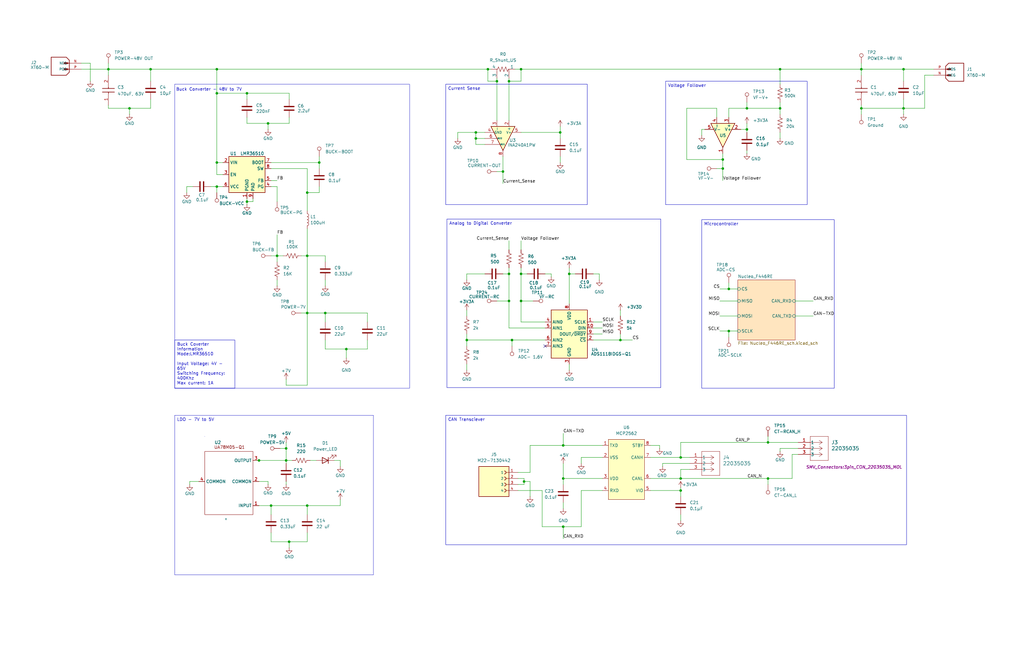
<source format=kicad_sch>
(kicad_sch (version 20250114) (generator "eeschema") (generator_version "9.0")
  (paper "USLedger")
  (title_block (title "Joule Meter (w/ Current Sense)") (date "9/16/2025") (rev "10/17/2025") (company "by Sergio Gonzalez") (comment 1 "University of California, Los Angeles") (comment 2 "Bruin SuperMileage Vehicle"))
  (rectangle (start 114.3 222.25) (end 114.3 222.25))
  (rectangle (start 120.65 194.31) (end 120.65 194.31))
  (rectangle (start 86.36 184.15) (end 86.36 184.15))
  (text "Buck Converter - 48V to 7V" (at 88.138 37.846 0) (effects (font (size 1.27 1.27))))
  (text_box "Analog to Digital Converter" (at 188.468 92.456 0) (size 90.17 71.12) (margins 0.9525 0.9525 0.9525 0.9525) (effects (font (size 1.27 1.27)) (justify left top)))
  (text_box "Voltage Follower\n" (at 280.67 34.29 0) (size 59.69 52.07) (margins 0.9525 0.9525 0.9525 0.9525) (effects (font (size 1.27 1.27)) (justify left top)))
  (text_box "LDO - 7V to 5V\n" (at 73.66 175.26 0) (size 83.82 67.31) (margins 0.9525 0.9525 0.9525 0.9525) (stroke (width 0.127)) (effects (font (size 1.27 1.27)) (justify left top)))
  (text_box "" (at 73.66 35.56 0) (size 99.06 128.27) (margins 0.9525 0.9525 0.9525 0.9525) (stroke (width 0.127)) (effects (font (size 1.27 1.27)) (justify left top)))
  (text_box "Buck Coverter Information\nMode:LMR36510\n\nInput Voltage: 4V - 65V\nSwitching Frequency: 400Khz\nMax current: 1A" (at 73.66 143.51 0) (size 25.4 20.32) (margins 0.9525 0.9525 0.9525 0.9525) (effects (font (size 1.27 1.27)) (justify left top)))
  (text_box "Current Sense\n" (at 187.96 35.56 0) (size 59.69 50.8) (margins 0.9525 0.9525 0.9525 0.9525) (effects (font (size 1.27 1.27)) (justify left top)))
  (text_box "CAN Transciever" (at 187.96 175.26 0) (size 194.31 54.61) (margins 0.9525 0.9525 0.9525 0.9525) (effects (font (size 1.27 1.27)) (justify left top)))
  (text_box "Microcontroller\n" (at 295.91 92.71 0) (size 55.88 71.12) (margins 0.9525 0.9525 0.9525 0.9525) (effects (font (size 1.27 1.27)) (justify left top)))
  (junction (at 304.8 67.31))
  (junction (at 209.55 34.29))
  (junction (at 328.93 45.72))
  (junction (at 109.22 194.31))
  (junction (at 91.44 39.37))
  (junction (at 304.8 71.12))
  (junction (at 146.05 147.32))
  (junction (at 307.34 121.92))
  (junction (at 129.54 81.28))
  (junction (at 219.71 115.57))
  (junction (at 219.71 29.21))
  (junction (at 323.85 186.69))
  (junction (at 220.98 203.2))
  (junction (at 328.93 29.21))
  (junction (at 121.92 228.6))
  (junction (at 104.14 85.09))
  (junction (at 214.63 115.57))
  (junction (at 314.96 45.72))
  (junction (at 114.3 213.36))
  (junction (at 45.72 29.21))
  (junction (at 237.49 222.25))
  (junction (at 120.65 189.23))
  (junction (at 116.84 107.95))
  (junction (at 63.5 29.21))
  (junction (at 129.54 213.36))
  (junction (at 287.02 201.93))
  (junction (at 91.44 29.21))
  (junction (at 219.71 127))
  (junction (at 323.85 201.93))
  (junction (at 214.63 34.29))
  (junction (at 129.54 107.95))
  (junction (at 381 29.21))
  (junction (at 54.61 45.72))
  (junction (at 129.54 132.08))
  (junction (at 287.02 207.01))
  (junction (at 237.49 187.96))
  (junction (at 104.14 39.37))
  (junction (at 134.62 68.58))
  (junction (at 240.03 115.57))
  (junction (at 287.02 193.04))
  (junction (at 120.65 194.31))
  (junction (at 363.22 45.72))
  (junction (at 113.03 52.07))
  (junction (at 196.85 143.51))
  (junction (at 214.63 127))
  (junction (at 212.09 72.39))
  (junction (at 314.96 54.61))
  (junction (at 205.74 29.21))
  (junction (at 363.22 29.21))
  (junction (at 237.49 201.93))
  (junction (at 236.22 55.88))
  (junction (at 307.34 139.7))
  (junction (at 200.66 55.88))
  (junction (at 261.62 143.51))
  (junction (at 137.16 132.08))
  (junction (at 381 45.72))
  (junction (at 215.9 143.51))
  (junction (at 91.44 68.58))
  (junction (at 91.44 78.74))
  (junction (at 200.66 58.42))
  (no_connect (at 229.87 146.05))
  (wire (pts (xy 303.53 133.35) (xy 311.15 133.35)))
  (wire (pts (xy 307.34 121.92) (xy 311.15 121.92)))
  (wire (pts (xy 114.3 213.36) (xy 114.3 217.17)))
  (wire (pts (xy 113.03 52.07) (xy 121.92 52.07)))
  (wire (pts (xy 307.34 139.7) (xy 307.34 142.24)))
  (wire (pts (xy 104.14 39.37) (xy 121.92 39.37)))
  (wire (pts (xy 114.3 68.58) (xy 134.62 68.58)))
  (wire (pts (xy 274.32 193.04) (xy 287.02 193.04)))
  (wire (pts (xy 304.8 67.31) (xy 304.8 71.12)))
  (wire (pts (xy 363.22 45.72) (xy 381 45.72)))
  (wire (pts (xy 389.89 31.75) (xy 389.89 45.72)))
  (wire (pts (xy 146.05 147.32) (xy 154.94 147.32)))
  (wire (pts (xy 381 41.91) (xy 381 45.72)))
  (wire (pts (xy 250.19 115.57) (xy 252.73 115.57)))
  (wire (pts (xy 129.54 107.95) (xy 137.16 107.95)))
  (wire (pts (xy 129.54 132.08) (xy 129.54 162.56)))
  (wire (pts (xy 303.53 139.7) (xy 307.34 139.7)))
  (wire (pts (xy 121.92 49.53) (xy 121.92 52.07)))
  (wire (pts (xy 287.02 193.04) (xy 287.02 186.69)))
  (wire (pts (xy 116.84 99.06) (xy 116.84 107.95)))
  (wire (pts (xy 274.32 207.01) (xy 287.02 207.01)))
  (wire (pts (xy 80.01 203.2) (xy 83.82 203.2)))
  (wire (pts (xy 120.65 160.02) (xy 120.65 162.56)))
  (wire (pts (xy 214.63 33.02) (xy 214.63 34.29)))
  (wire (pts (xy 134.62 68.58) (xy 134.62 71.12)))
  (wire (pts (xy 274.32 201.93) (xy 287.02 201.93)))
  (wire (pts (xy 104.14 49.53) (xy 104.14 52.07)))
  (wire (pts (xy 137.16 107.95) (xy 137.16 110.49)))
  (wire (pts (xy 217.17 29.21) (xy 219.71 29.21)))
  (wire (pts (xy 120.65 186.69) (xy 120.65 189.23)))
  (wire (pts (xy 381 29.21) (xy 381 34.29)))
  (wire (pts (xy 220.98 203.2) (xy 223.52 203.2)))
  (wire (pts (xy 209.55 34.29) (xy 205.74 34.29)))
  (wire (pts (xy 196.85 115.57) (xy 204.47 115.57)))
  (wire (pts (xy 223.52 187.96) (xy 237.49 187.96)))
  (wire (pts (xy 54.61 45.72) (xy 63.5 45.72)))
  (wire (pts (xy 34.29 26.67) (xy 38.1 26.67)))
  (wire (pts (xy 196.85 143.51) (xy 215.9 143.51)))
  (wire (pts (xy 314.96 54.61) (xy 314.96 55.88)))
  (wire (pts (xy 307.34 45.72) (xy 314.96 45.72)))
  (wire (pts (xy 209.55 127) (xy 214.63 127)))
  (wire (pts (xy 34.29 29.21) (xy 45.72 29.21)))
  (wire (pts (xy 240.03 153.67) (xy 240.03 156.21)))
  (wire (pts (xy 209.55 72.39) (xy 212.09 72.39)))
  (wire (pts (xy 287.02 186.69) (xy 323.85 186.69)))
  (wire (pts (xy 289.56 45.72) (xy 302.26 45.72)))
  (wire (pts (xy 127 132.08) (xy 129.54 132.08)))
  (wire (pts (xy 240.03 113.03) (xy 240.03 115.57)))
  (wire (pts (xy 134.62 66.04) (xy 134.62 68.58)))
  (wire (pts (xy 78.74 78.74) (xy 78.74 81.28)))
  (wire (pts (xy 240.03 115.57) (xy 242.57 115.57)))
  (wire (pts (xy 200.66 60.96) (xy 204.47 60.96)))
  (wire (pts (xy 220.98 201.93) (xy 220.98 203.2)))
  (wire (pts (xy 307.34 45.72) (xy 307.34 49.53)))
  (wire (pts (xy 91.44 39.37) (xy 104.14 39.37)))
  (wire (pts (xy 236.22 66.04) (xy 236.22 68.58)))
  (wire (pts (xy 279.4 195.58) (xy 279.4 196.85)))
  (wire (pts (xy 245.11 207.01) (xy 254 207.01)))
  (wire (pts (xy 220.98 204.47) (xy 218.44 204.47)))
  (wire (pts (xy 146.05 147.32) (xy 146.05 151.13)))
  (wire (pts (xy 45.72 29.21) (xy 45.72 31.75)))
  (wire (pts (xy 121.92 39.37) (xy 121.92 41.91)))
  (wire (pts (xy 290.83 195.58) (xy 279.4 195.58)))
  (wire (pts (xy 363.22 26.67) (xy 363.22 29.21)))
  (wire (pts (xy 143.51 194.31) (xy 143.51 196.85)))
  (wire (pts (xy 381 45.72) (xy 381 48.26)))
  (wire (pts (xy 323.85 204.47) (xy 323.85 201.93)))
  (wire (pts (xy 219.71 55.88) (xy 236.22 55.88)))
  (wire (pts (xy 91.44 29.21) (xy 91.44 39.37)))
  (wire (pts (xy 229.87 115.57) (xy 232.41 115.57)))
  (wire (pts (xy 129.54 81.28) (xy 129.54 88.9)))
  (wire (pts (xy 287.02 207.01) (xy 287.02 209.55)))
  (wire (pts (xy 137.16 132.08) (xy 137.16 135.89)))
  (wire (pts (xy 205.74 34.29) (xy 205.74 29.21)))
  (wire (pts (xy 129.54 224.79) (xy 129.54 228.6)))
  (wire (pts (xy 219.71 29.21) (xy 328.93 29.21)))
  (wire (pts (xy 287.02 201.93) (xy 323.85 201.93)))
  (wire (pts (xy 196.85 156.21) (xy 196.85 153.67)))
  (wire (pts (xy 334.01 191.77) (xy 336.55 191.77)))
  (wire (pts (xy 109.22 194.31) (xy 120.65 194.31)))
  (wire (pts (xy 274.32 187.96) (xy 278.13 187.96)))
  (wire (pts (xy 335.28 133.35) (xy 342.9 133.35)))
  (wire (pts (xy 295.91 54.61) (xy 297.18 54.61)))
  (wire (pts (xy 91.44 73.66) (xy 91.44 68.58)))
  (wire (pts (xy 287.02 198.12) (xy 290.83 198.12)))
  (wire (pts (xy 328.93 43.18) (xy 328.93 45.72)))
  (wire (pts (xy 250.19 135.89) (xy 254 135.89)))
  (wire (pts (xy 212.09 66.04) (xy 212.09 72.39)))
  (wire (pts (xy 219.71 115.57) (xy 222.25 115.57)))
  (wire (pts (xy 261.62 140.97) (xy 261.62 143.51)))
  (wire (pts (xy 214.63 115.57) (xy 214.63 127)))
  (wire (pts (xy 245.11 222.25) (xy 245.11 207.01)))
  (wire (pts (xy 114.3 224.79) (xy 114.3 228.6)))
  (wire (pts (xy 113.03 52.07) (xy 113.03 54.61)))
  (wire (pts (xy 240.03 115.57) (xy 240.03 128.27)))
  (wire (pts (xy 218.44 201.93) (xy 220.98 201.93)))
  (wire (pts (xy 214.63 34.29) (xy 214.63 50.8)))
  (wire (pts (xy 287.02 193.04) (xy 290.83 193.04)))
  (wire (pts (xy 219.71 101.6) (xy 219.71 105.41)))
  (wire (pts (xy 80.01 203.2) (xy 80.01 204.47)))
  (wire (pts (xy 196.85 130.81) (xy 196.85 133.35)))
  (wire (pts (xy 154.94 132.08) (xy 154.94 135.89)))
  (wire (pts (xy 228.6 222.25) (xy 237.49 222.25)))
  (wire (pts (xy 91.44 78.74) (xy 88.9 78.74)))
  (wire (pts (xy 381 29.21) (xy 363.22 29.21)))
  (wire (pts (xy 93.98 73.66) (xy 91.44 73.66)))
  (wire (pts (xy 393.7 31.75) (xy 389.89 31.75)))
  (wire (pts (xy 289.56 67.31) (xy 304.8 67.31)))
  (wire (pts (xy 129.54 213.36) (xy 143.51 213.36)))
  (wire (pts (xy 54.61 45.72) (xy 54.61 48.26)))
  (wire (pts (xy 218.44 207.01) (xy 228.6 207.01)))
  (wire (pts (xy 237.49 201.93) (xy 237.49 204.47)))
  (wire (pts (xy 106.68 85.09) (xy 104.14 85.09)))
  (wire (pts (xy 200.66 55.88) (xy 200.66 58.42)))
  (wire (pts (xy 237.49 212.09) (xy 237.49 214.63)))
  (wire (pts (xy 91.44 29.21) (xy 205.74 29.21)))
  (wire (pts (xy 289.56 45.72) (xy 289.56 67.31)))
  (wire (pts (xy 314.96 45.72) (xy 328.93 45.72)))
  (wire (pts (xy 287.02 198.12) (xy 287.02 201.93)))
  (wire (pts (xy 104.14 52.07) (xy 113.03 52.07)))
  (wire (pts (xy 336.55 189.23) (xy 328.93 189.23)))
  (wire (pts (xy 104.14 85.09) (xy 104.14 86.36)))
  (wire (pts (xy 196.85 143.51) (xy 196.85 146.05)))
  (wire (pts (xy 91.44 39.37) (xy 91.44 68.58)))
  (wire (pts (xy 220.98 203.2) (xy 220.98 204.47)))
  (wire (pts (xy 363.22 44.45) (xy 363.22 45.72)))
  (wire (pts (xy 237.49 195.58) (xy 237.49 201.93)))
  (wire (pts (xy 45.72 26.67) (xy 45.72 29.21)))
  (wire (pts (xy 129.54 132.08) (xy 137.16 132.08)))
  (wire (pts (xy 223.52 203.2) (xy 223.52 209.55)))
  (wire (pts (xy 45.72 45.72) (xy 54.61 45.72)))
  (wire (pts (xy 314.96 64.77) (xy 314.96 63.5)))
  (wire (pts (xy 219.71 115.57) (xy 219.71 127)))
  (wire (pts (xy 205.74 29.21) (xy 207.01 29.21)))
  (wire (pts (xy 137.16 147.32) (xy 146.05 147.32)))
  (wire (pts (xy 127 107.95) (xy 129.54 107.95)))
  (wire (pts (xy 381 29.21) (xy 393.7 29.21)))
  (wire (pts (xy 295.91 54.61) (xy 295.91 57.15)))
  (wire (pts (xy 214.63 138.43) (xy 229.87 138.43)))
  (wire (pts (xy 114.3 76.2) (xy 116.84 76.2)))
  (wire (pts (xy 328.93 189.23) (xy 328.93 190.5)))
  (wire (pts (xy 212.09 115.57) (xy 214.63 115.57)))
  (wire (pts (xy 114.3 213.36) (xy 129.54 213.36)))
  (wire (pts (xy 302.26 71.12) (xy 304.8 71.12)))
  (wire (pts (xy 143.51 210.82) (xy 143.51 213.36)))
  (wire (pts (xy 93.98 78.74) (xy 91.44 78.74)))
  (wire (pts (xy 129.54 162.56) (xy 120.65 162.56)))
  (wire (pts (xy 38.1 26.67) (xy 38.1 34.29)))
  (wire (pts (xy 236.22 53.34) (xy 236.22 55.88)))
  (wire (pts (xy 137.16 118.11) (xy 137.16 120.65)))
  (wire (pts (xy 278.13 187.96) (xy 278.13 189.23)))
  (wire (pts (xy 228.6 207.01) (xy 228.6 222.25)))
  (wire (pts (xy 214.63 101.6) (xy 214.63 105.41)))
  (wire (pts (xy 140.97 194.31) (xy 143.51 194.31)))
  (wire (pts (xy 312.42 54.61) (xy 314.96 54.61)))
  (wire (pts (xy 302.26 45.72) (xy 302.26 49.53)))
  (wire (pts (xy 104.14 83.82) (xy 104.14 85.09)))
  (wire (pts (xy 307.34 119.38) (xy 307.34 121.92)))
  (wire (pts (xy 334.01 191.77) (xy 334.01 201.93)))
  (wire (pts (xy 114.3 107.95) (xy 116.84 107.95)))
  (wire (pts (xy 137.16 132.08) (xy 154.94 132.08)))
  (wire (pts (xy 193.04 55.88) (xy 200.66 55.88)))
  (wire (pts (xy 335.28 127) (xy 342.9 127)))
  (wire (pts (xy 116.84 107.95) (xy 116.84 110.49)))
  (wire (pts (xy 212.09 72.39) (xy 212.09 77.47)))
  (wire (pts (xy 204.47 58.42) (xy 200.66 58.42)))
  (wire (pts (xy 114.3 78.74) (xy 116.84 78.74)))
  (wire (pts (xy 223.52 199.39) (xy 218.44 199.39)))
  (wire (pts (xy 121.92 228.6) (xy 121.92 231.14)))
  (wire (pts (xy 304.8 71.12) (xy 304.8 76.2)))
  (wire (pts (xy 106.68 83.82) (xy 106.68 85.09)))
  (wire (pts (xy 223.52 187.96) (xy 223.52 199.39)))
  (wire (pts (xy 134.62 78.74) (xy 134.62 81.28)))
  (wire (pts (xy 237.49 222.25) (xy 237.49 227.33)))
  (wire (pts (xy 109.22 203.2) (xy 113.03 203.2)))
  (wire (pts (xy 328.93 29.21) (xy 363.22 29.21)))
  (wire (pts (xy 196.85 140.97) (xy 196.85 143.51)))
  (wire (pts (xy 81.28 78.74) (xy 78.74 78.74)))
  (wire (pts (xy 214.63 34.29) (xy 219.71 34.29)))
  (wire (pts (xy 118.11 189.23) (xy 120.65 189.23)))
  (wire (pts (xy 63.5 29.21) (xy 63.5 34.29)))
  (wire (pts (xy 304.8 64.77) (xy 304.8 67.31)))
  (wire (pts (xy 303.53 127) (xy 311.15 127)))
  (wire (pts (xy 237.49 182.88) (xy 237.49 187.96)))
  (wire (pts (xy 129.54 213.36) (xy 129.54 217.17)))
  (wire (pts (xy 121.92 228.6) (xy 129.54 228.6)))
  (wire (pts (xy 91.44 68.58) (xy 93.98 68.58)))
  (wire (pts (xy 328.93 55.88) (xy 328.93 58.42)))
  (wire (pts (xy 250.19 138.43) (xy 254 138.43)))
  (wire (pts (xy 63.5 29.21) (xy 91.44 29.21)))
  (wire (pts (xy 215.9 143.51) (xy 215.9 146.05)))
  (wire (pts (xy 104.14 39.37) (xy 104.14 41.91)))
  (wire (pts (xy 250.19 143.51) (xy 261.62 143.51)))
  (wire (pts (xy 328.93 29.21) (xy 328.93 35.56)))
  (wire (pts (xy 219.71 113.03) (xy 219.71 115.57)))
  (wire (pts (xy 116.84 78.74) (xy 116.84 85.09)))
  (wire (pts (xy 363.22 48.26) (xy 363.22 45.72)))
  (wire (pts (xy 219.71 127) (xy 219.71 135.89)))
  (wire (pts (xy 250.19 140.97) (xy 254 140.97)))
  (wire (pts (xy 209.55 33.02) (xy 209.55 34.29)))
  (wire (pts (xy 200.66 55.88) (xy 204.47 55.88)))
  (wire (pts (xy 236.22 55.88) (xy 236.22 58.42)))
  (wire (pts (xy 215.9 143.51) (xy 229.87 143.51)))
  (wire (pts (xy 237.49 201.93) (xy 254 201.93)))
  (wire (pts (xy 114.3 228.6) (xy 121.92 228.6)))
  (wire (pts (xy 120.65 194.31) (xy 120.65 195.58)))
  (wire (pts (xy 116.84 118.11) (xy 116.84 120.65)))
  (wire (pts (xy 245.11 193.04) (xy 254 193.04)))
  (wire (pts (xy 137.16 143.51) (xy 137.16 147.32)))
  (wire (pts (xy 363.22 29.21) (xy 363.22 31.75)))
  (wire (pts (xy 45.72 29.21) (xy 63.5 29.21)))
  (wire (pts (xy 219.71 127) (xy 224.79 127)))
  (wire (pts (xy 252.73 115.57) (xy 252.73 118.11)))
  (wire (pts (xy 120.65 203.2) (xy 120.65 204.47)))
  (wire (pts (xy 261.62 143.51) (xy 266.7 143.51)))
  (wire (pts (xy 107.95 194.31) (xy 109.22 194.31)))
  (wire (pts (xy 261.62 130.81) (xy 261.62 133.35)))
  (wire (pts (xy 287.02 217.17) (xy 287.02 219.71)))
  (wire (pts (xy 219.71 34.29) (xy 219.71 29.21)))
  (wire (pts (xy 116.84 107.95) (xy 119.38 107.95)))
  (wire (pts (xy 245.11 193.04) (xy 245.11 195.58)))
  (wire (pts (xy 287.02 205.74) (xy 287.02 207.01)))
  (wire (pts (xy 45.72 44.45) (xy 45.72 45.72)))
  (wire (pts (xy 154.94 143.51) (xy 154.94 147.32)))
  (wire (pts (xy 323.85 186.69) (xy 336.55 186.69)))
  (wire (pts (xy 237.49 187.96) (xy 254 187.96)))
  (wire (pts (xy 113.03 203.2) (xy 113.03 204.47)))
  (wire (pts (xy 129.54 107.95) (xy 129.54 132.08)))
  (wire (pts (xy 214.63 113.03) (xy 214.63 115.57)))
  (wire (pts (xy 237.49 222.25) (xy 245.11 222.25)))
  (wire (pts (xy 91.44 78.74) (xy 91.44 81.28)))
  (wire (pts (xy 328.93 45.72) (xy 328.93 48.26)))
  (wire (pts (xy 232.41 115.57) (xy 232.41 116.84)))
  (wire (pts (xy 129.54 71.12) (xy 129.54 81.28)))
  (wire (pts (xy 196.85 115.57) (xy 196.85 118.11)))
  (wire (pts (xy 130.81 194.31) (xy 133.35 194.31)))
  (wire (pts (xy 381 45.72) (xy 389.89 45.72)))
  (wire (pts (xy 120.65 194.31) (xy 123.19 194.31)))
  (wire (pts (xy 303.53 121.92) (xy 307.34 121.92)))
  (wire (pts (xy 129.54 96.52) (xy 129.54 107.95)))
  (wire (pts (xy 219.71 135.89) (xy 229.87 135.89)))
  (wire (pts (xy 209.55 34.29) (xy 209.55 50.8)))
  (wire (pts (xy 120.65 189.23) (xy 120.65 194.31)))
  (wire (pts (xy 314.96 52.07) (xy 314.96 54.61)))
  (wire (pts (xy 129.54 81.28) (xy 134.62 81.28)))
  (wire (pts (xy 214.63 127) (xy 214.63 138.43)))
  (wire (pts (xy 200.66 58.42) (xy 200.66 60.96)))
  (wire (pts (xy 323.85 201.93) (xy 334.01 201.93)))
  (wire (pts (xy 63.5 41.91) (xy 63.5 45.72)))
  (wire (pts (xy 114.3 71.12) (xy 129.54 71.12)))
  (wire (pts (xy 314.96 43.18) (xy 314.96 45.72)))
  (wire (pts (xy 323.85 184.15) (xy 323.85 186.69)))
  (wire (pts (xy 193.04 55.88) (xy 193.04 58.42)))
  (wire (pts (xy 109.22 213.36) (xy 114.3 213.36)))
  (wire (pts (xy 307.34 139.7) (xy 311.15 139.7)))
  (label "Current_Sense" (at 212.09 77.47 0))
  (label "CAN_N" (at 321.31 201.93 180))
  (label "CS" (at 303.53 121.92 180))
  (label "MISO" (at 254 140.97 0))
  (label "Voltage Follower" (at 304.8 76.2 0))
  (label "CS" (at 266.7 143.51 0))
  (label "CAN_P" (at 316.23 186.69 180))
  (label "FB" (at 116.84 76.2 0))
  (label "Voltage Follower" (at 219.71 101.6 0))
  (label "SCLK" (at 303.53 139.7 180))
  (label "Current_Sense" (at 214.63 101.6 180))
  (label "CAN_RXD" (at 237.49 227.33 0))
  (label "CAN-TXD" (at 342.9 133.35 0))
  (label "MOSI" (at 254 138.43 0))
  (label "CAN-TXD" (at 237.49 182.88 0))
  (label "FB" (at 116.84 99.06 0))
  (label "CAN_RXD" (at 342.9 127 0))
  (label "MOSI" (at 303.53 133.35 180))
  (label "SCLK" (at 254 135.89 0))
  (label "MISO" (at 303.53 127 180))
  (symbol (lib_id "SMV_Custom:Big_Chunky_Cap2") (at 363.22 44.45 90) (unit 1)
    (property "Reference" "C1" (at 367.03 36.8299 90) (effects (justify right)))
    (property "Value" "470uF, 63V" (at 367.03 39.624 90) (effects (justify right)))
    (property "Footprint" "SMV_Passives:Big_Chunky_Cap" (effects (hide yes)))
    (property "Datasheet" "https://content.kemet.com/datasheets/KEM_C1003_C0G_SMD.pdf" (effects (hide yes)))
    (property "Description" "SMD Comm C0G, Ceramic, 1000 pF, 10%, 50 VDC, 125 VDC, 125C, -55C, C0G, SMD, MLCC, Ultra-Stable, Low Loss, Class I, 0.1 % , 100 GOhms, 11 mg, 0805, 2mm, 1.25mm, 0.78mm, 0.75mm, 0.5mm, 4000, 78  Weeks, 120" (effects (hide yes)))
    (property "Height" "1.1" (effects (hide yes)))
    (property "Manufacturer_Name" "KEMET" (effects (hide yes)))
    (property "Manufacturer_Part_Number" "C0805C102K5GACTU" (effects (hide yes)))
    (property "Mouser Part Number" "80-C0805C102K5G" (effects (hide yes)))
    (property "Mouser Price/Stock" "https://www.mouser.co.uk/ProductDetail/KEMET/C0805C102K5GACTU?qs=ycq5i98tC2kqWbFrXv0n7w%3D%3D" (effects (hide yes)))
    (property "Arrow Part Number" "C0805C102K5GACTU" (effects (hide yes)))
    (property "Arrow Price/Stock" "https://www.arrow.com/en/products/c0805c102k5gactu/kemet-corporation" (effects (hide yes)))
  )
  (symbol (lib_id "Connector:TestPoint") (at 307.34 142.24 180) (unit 1)
    (property "Reference" "TP21" (at 302.768 148.082 0) (effects (justify right)))
    (property "Value" "ADC-SCLK" (at 302.768 149.86 0) (effects (justify right)))
    (property "Footprint" "TestPoint:TestPoint_Pad_1.0x1.0mm" (effects (hide yes)))
    (property "Description" "test point" (effects (hide yes)))
  )
  (symbol (lib_id "Device:C") (at 236.22 62.23 0) (unit 1)
    (property "Reference" "C15" (at 240.03 60.9599 0) (effects (justify left)))
    (property "Value" "0.1uF" (at 240.03 63.4999 0) (effects (justify left)))
    (property "Footprint" "Capacitor_SMD:C_0805_2012Metric_Pad1.18x1.45mm_HandSolder" (effects (hide yes)))
    (property "Description" "Unpolarized capacitor" (effects (hide yes)))
  )
  (symbol (lib_id "power:GND") (at 240.03 156.21 0) (unit 1)
    (property "Reference" "#PWR012" (effects (hide yes)))
    (property "Value" "GND" (at 240.03 160.02 0))
    (property "Description" "Power symbol creates a global label with name \"GND\" , ground" (effects (hide yes)))
  )
  (symbol (lib_id "Connector:TestPoint") (at 116.84 85.09 180) (unit 1)
    (property "Reference" "TP5" (at 118.11 87.63 0) (effects (justify right)))
    (property "Value" "BUCK-PG" (at 118.11 89.662 0) (effects (justify right)))
    (property "Footprint" "TestPoint:TestPoint_Pad_1.0x1.0mm" (effects (hide yes)))
    (property "Description" "test point" (effects (hide yes)))
  )
  (symbol (lib_id "power:GND") (at 196.85 118.11 0) (unit 1)
    (property "Reference" "#PWR029" (effects (hide yes)))
    (property "Value" "GND" (at 196.85 121.666 0))
    (property "Description" "Power symbol creates a global label with name \"GND\" , ground" (effects (hide yes)))
  )
  (symbol (lib_id "Device:R_US") (at 196.85 149.86 0) (unit 1)
    (property "Reference" "R8" (at 199.39 148.5899 0) (effects (justify left)))
    (property "Value" "2k" (at 199.39 151.1299 0) (effects (justify left)))
    (property "Footprint" "Resistor_SMD:R_0805_2012Metric_Pad1.20x1.40mm_HandSolder" (effects (hide yes)))
    (property "Description" "Resistor, US symbol" (effects (hide yes)))
  )
  (symbol (lib_id "power:GND") (at 236.22 68.58 0) (unit 1)
    (property "Reference" "#PWR02" (effects (hide yes)))
    (property "Value" "GND" (at 236.22 72.39 0))
    (property "Description" "Power symbol creates a global label with name \"GND\" , ground" (effects (hide yes)))
  )
  (symbol (lib_id "power:GND") (at 193.04 58.42 0) (unit 1)
    (property "Reference" "#PWR03" (effects (hide yes)))
    (property "Value" "GND" (at 193.04 62.23 0))
    (property "Description" "Power symbol creates a global label with name \"GND\" , ground" (effects (hide yes)))
  )
  (symbol (lib_id "Device:R_US") (at 219.71 109.22 0) (unit 1)
    (property "Reference" "R6" (at 222.504 108.204 0) (effects (justify left)))
    (property "Value" "500" (at 222.504 110.744 0) (effects (justify left)))
    (property "Footprint" "Resistor_SMD:R_0805_2012Metric_Pad1.20x1.40mm_HandSolder" (effects (hide yes)))
    (property "Description" "Resistor, US symbol" (effects (hide yes)))
  )
  (symbol (lib_id "Connector:TestPoint") (at 91.44 81.28 180) (unit 1)
    (property "Reference" "TP4" (at 92.456 83.312 0) (effects (justify right)))
    (property "Value" "BUCK-VCC" (at 92.456 85.852 0) (effects (justify right)))
    (property "Footprint" "TestPoint:TestPoint_Pad_1.0x1.0mm" (effects (hide yes)))
    (property "Description" "test point" (effects (hide yes)))
  )
  (symbol (lib_id "Device:C") (at 154.94 139.7 0) (unit 1)
    (property "Reference" "C11" (at 158.75 138.4299 0) (effects (justify left)))
    (property "Value" "22uF" (at 158.75 140.9699 0) (effects (justify left)))
    (property "Footprint" "Capacitor_SMD:C_0805_2012Metric_Pad1.18x1.45mm_HandSolder" (effects (hide yes)))
    (property "Description" "Unpolarized capacitor" (effects (hide yes)))
  )
  (symbol (lib_id "power:+5V") (at 240.03 113.03 0) (unit 1)
    (property "Reference" "#PWR013" (effects (hide yes)))
    (property "Value" "+3V3A" (at 239.776 108.966 0))
    (property "Description" "Power symbol creates a global label with name \"+5V\"" (effects (hide yes)))
  )
  (symbol (lib_id "power:GND") (at 278.13 189.23 0) (unit 1)
    (property "Reference" "#PWR045" (effects (hide yes)))
    (property "Value" "GND" (at 281.432 191.262 0))
    (property "Description" "Power symbol creates a global label with name \"GND\" , ground" (effects (hide yes)))
  )
  (symbol (lib_id "Connector:TestPoint") (at 302.26 71.12 90) (unit 1)
    (property "Reference" "TP14" (at 296.672 73.406 90))
    (property "Value" "VF-V-" (at 297.688 75.184 90))
    (property "Footprint" "TestPoint:TestPoint_Pad_1.0x1.0mm" (effects (hide yes)))
    (property "Description" "test point" (effects (hide yes)))
  )
  (symbol (lib_id "power:GND") (at 78.74 81.28 0) (unit 1)
    (property "Reference" "#PWR050" (effects (hide yes)))
    (property "Value" "GND" (at 78.74 85.09 0))
    (property "Description" "Power symbol creates a global label with name \"GND\" , ground" (effects (hide yes)))
  )
  (symbol (lib_id "Device:C") (at 114.3 220.98 0) (unit 1)
    (property "Reference" "C13" (at 118.11 219.7099 0) (effects (justify left)))
    (property "Value" "0.33uF" (at 118.11 222.2499 0) (effects (justify left)))
    (property "Footprint" "Capacitor_SMD:C_0805_2012Metric_Pad1.18x1.45mm_HandSolder" (effects (hide yes)))
    (property "Description" "Unpolarized capacitor" (effects (hide yes)))
  )
  (symbol (lib_id "power:GND") (at 113.03 204.47 0) (unit 1)
    (property "Reference" "#PWR054" (effects (hide yes)))
    (property "Value" "GND" (at 113.03 208.026 0))
    (property "Description" "Power symbol creates a global label with name \"GND\" , ground" (effects (hide yes)))
  )
  (symbol (lib_id "Connector:TestPoint") (at 323.85 184.15 0) (unit 1)
    (property "Reference" "TP15" (at 326.39 179.5779 0) (effects (justify left)))
    (property "Value" "CT-RCAN_H" (at 326.39 182.1179 0) (effects (justify left)))
    (property "Footprint" "TestPoint:TestPoint_Pad_1.0x1.0mm" (effects (hide yes)))
    (property "Description" "test point" (effects (hide yes)))
  )
  (symbol (lib_id "Device:C") (at 129.54 220.98 0) (unit 1)
    (property "Reference" "C14" (at 133.35 219.7099 0) (effects (justify left)))
    (property "Value" "22 uF" (at 133.35 222.2499 0) (effects (justify left)))
    (property "Footprint" "Capacitor_SMD:C_0805_2012Metric_Pad1.18x1.45mm_HandSolder" (effects (hide yes)))
    (property "Description" "Unpolarized capacitor" (effects (hide yes)))
  )
  (symbol (lib_id "Amplifier_Current:INA240A1PW") (at 212.09 58.42 270) (unit 1)
    (property "Reference" "U3" (at 216.154 59.182 90))
    (property "Value" "INA240A1PW" (at 219.964 61.214 90))
    (property "Footprint" "Package_SO:TSSOP-8_4.4x3mm_P0.65mm" (effects (hide yes)))
    (property "Datasheet" "http://www.ti.com/lit/ds/symlink/ina240.pdf" (effects (hide yes)))
    (property "Description" "High- and Low-Side, Bidirectional, Zero-Drift, Current-Sense Amplifier With Enhanced PWM Rejection, 20V/V, TSSOP-8" (effects (hide yes)))
  )
  (symbol (lib_id "power:+3V3") (at 236.22 53.34 0) (unit 1)
    (property "Reference" "#PWR01" (effects (hide yes)))
    (property "Value" "+3V3A" (at 238.76 52.0699 0) (effects (justify left)))
    (property "Description" "Power symbol creates a global label with name \"+3V3\"" (effects (hide yes)))
  )
  (symbol (lib_id "power:GND") (at 223.52 209.55 0) (unit 1)
    (property "Reference" "#PWR025" (effects (hide yes)))
    (property "Value" "GND" (at 223.52 213.36 0))
    (property "Description" "Power symbol creates a global label with name \"GND\" , ground" (effects (hide yes)))
  )
  (symbol (lib_id "power:GND") (at 279.4 196.85 0) (unit 1)
    (property "Reference" "#PWR019" (effects (hide yes)))
    (property "Value" "GND" (at 279.146 200.66 0))
    (property "Description" "Power symbol creates a global label with name \"GND\" , ground" (effects (hide yes)))
  )
  (symbol (lib_id "Device:C") (at 134.62 74.93 0) (unit 1)
    (property "Reference" "C8" (at 138.43 73.6599 0) (effects (justify left)))
    (property "Value" "0.1uF" (at 138.43 76.1999 0) (effects (justify left)))
    (property "Footprint" "Capacitor_SMD:C_0805_2012Metric_Pad1.18x1.45mm_HandSolder" (effects (hide yes)))
    (property "Description" "Unpolarized capacitor" (effects (hide yes)))
  )
  (symbol (lib_id "Connector:TestPoint") (at 127 132.08 90) (unit 1)
    (property "Reference" "TP8" (at 120.142 127.254 90))
    (property "Value" "POWER-7V" (at 123.698 129.54 90))
    (property "Footprint" "TestPoint:TestPoint_Pad_1.0x1.0mm" (effects (hide yes)))
    (property "Description" "test point" (effects (hide yes)))
  )
  (symbol (lib_id "Device:C") (at 226.06 115.57 270) (unit 1)
    (property "Reference" "C18" (at 225.044 119.38 90))
    (property "Value" "0.1uF" (at 226.06 121.412 90))
    (property "Footprint" "Capacitor_SMD:C_0805_2012Metric_Pad1.18x1.45mm_HandSolder" (effects (hide yes)))
    (property "Description" "Unpolarized capacitor" (effects (hide yes)))
  )
  (symbol (lib_id "power:+3V3") (at 237.49 195.58 0) (unit 1)
    (property "Reference" "#PWR022" (effects (hide yes)))
    (property "Value" "+5V" (at 235.712 192.024 0) (effects (justify left)))
    (property "Description" "Power symbol creates a global label with name \"+3V3\"" (effects (hide yes)))
  )
  (symbol (lib_id "Connector:TestPoint") (at 118.11 189.23 90) (unit 1)
    (property "Reference" "TP9" (at 114.808 184.15 90))
    (property "Value" "POWER-5V" (at 114.808 186.69 90))
    (property "Footprint" "TestPoint:TestPoint_Pad_1.0x1.0mm" (effects (hide yes)))
    (property "Description" "test point" (effects (hide yes)))
  )
  (symbol (lib_id "power:GND") (at 113.03 54.61 0) (unit 1)
    (property "Reference" "#PWR052" (effects (hide yes)))
    (property "Value" "GND" (at 113.03 58.42 0))
    (property "Description" "Power symbol creates a global label with name \"GND\" , ground" (effects (hide yes)))
  )
  (symbol (lib_id "power:GND") (at 287.02 219.71 0) (unit 1)
    (property "Reference" "#PWR034" (effects (hide yes)))
    (property "Value" "GND" (at 287.02 224.79 0))
    (property "Description" "Power symbol creates a global label with name \"GND\" , ground" (effects (hide yes)))
  )
  (symbol (lib_id "SMV_Custom:Big_Chunky_Cap2") (at 45.72 44.45 90) (unit 1)
    (property "Reference" "C3" (at 49.53 36.8299 90) (effects (justify right)))
    (property "Value" "470uF, 63V" (at 49.53 39.624 90) (effects (justify right)))
    (property "Footprint" "SMV_Passives:Big_Chunky_Cap" (effects (hide yes)))
    (property "Datasheet" "https://content.kemet.com/datasheets/KEM_C1003_C0G_SMD.pdf" (effects (hide yes)))
    (property "Description" "SMD Comm C0G, Ceramic, 1000 pF, 10%, 50 VDC, 125 VDC, 125C, -55C, C0G, SMD, MLCC, Ultra-Stable, Low Loss, Class I, 0.1 % , 100 GOhms, 11 mg, 0805, 2mm, 1.25mm, 0.78mm, 0.75mm, 0.5mm, 4000, 78  Weeks, 120" (effects (hide yes)))
    (property "Height" "1.1" (effects (hide yes)))
    (property "Manufacturer_Name" "KEMET" (effects (hide yes)))
    (property "Manufacturer_Part_Number" "C0805C102K5GACTU" (effects (hide yes)))
    (property "Mouser Part Number" "80-C0805C102K5G" (effects (hide yes)))
    (property "Mouser Price/Stock" "https://www.mouser.co.uk/ProductDetail/KEMET/C0805C102K5GACTU?qs=ycq5i98tC2kqWbFrXv0n7w%3D%3D" (effects (hide yes)))
    (property "Arrow Part Number" "C0805C102K5GACTU" (effects (hide yes)))
    (property "Arrow Price/Stock" "https://www.arrow.com/en/products/c0805c102k5gactu/kemet-corporation" (effects (hide yes)))
  )
  (symbol (lib_id "power:+5V") (at 143.51 210.82 0) (unit 1)
    (property "Reference" "#PWR061" (effects (hide yes)))
    (property "Value" "+7V" (at 143.51 207.264 0))
    (property "Description" "Power symbol creates a global label with name \"+5V\"" (effects (hide yes)))
  )
  (symbol (lib_id "power:GND") (at 38.1 34.29 0) (unit 1)
    (property "Reference" "#PWR023" (effects (hide yes)))
    (property "Value" "GND" (at 38.1 38.1 0))
    (property "Description" "Power symbol creates a global label with name \"GND\" , ground" (effects (hide yes)))
  )
  (symbol (lib_id "Device:R_US") (at 196.85 137.16 0) (unit 1)
    (property "Reference" "R7" (at 199.39 135.8899 0) (effects (justify left)))
    (property "Value" "2k" (at 199.39 138.4299 0) (effects (justify left)))
    (property "Footprint" "Resistor_SMD:R_0805_2012Metric_Pad1.20x1.40mm_HandSolder" (effects (hide yes)))
    (property "Description" "Resistor, US symbol" (effects (hide yes)))
  )
  (symbol (lib_id "Device:C") (at 287.02 213.36 0) (unit 1)
    (property "Reference" "C21" (at 290.83 212.0899 0) (effects (justify left)))
    (property "Value" "0.1μF" (at 290.83 214.6299 0) (effects (justify left)))
    (property "Footprint" "Capacitor_SMD:C_0805_2012Metric_Pad1.18x1.45mm_HandSolder" (effects (hide yes)))
    (property "Description" "Unpolarized capacitor" (effects (hide yes)))
  )
  (symbol (lib_id "Device:C") (at 120.65 199.39 0) (unit 1)
    (property "Reference" "C12" (at 123.698 198.374 0) (effects (justify left)))
    (property "Value" "0.1uF" (at 123.698 200.914 0) (effects (justify left)))
    (property "Footprint" "Capacitor_SMD:C_0805_2012Metric_Pad1.18x1.45mm_HandSolder" (effects (hide yes)))
    (property "Description" "Unpolarized capacitor" (effects (hide yes)))
  )
  (symbol (lib_id "power:GND") (at 54.61 48.26 0) (unit 1)
    (property "Reference" "#PWR049" (effects (hide yes)))
    (property "Value" "GND" (at 54.61 52.07 0))
    (property "Description" "Power symbol creates a global label with name \"GND\" , ground" (effects (hide yes)))
  )
  (symbol (lib_id "Connector:TestPoint") (at 45.72 26.67 0) (unit 1)
    (property "Reference" "TP3" (at 48.26 22.0979 0) (effects (justify left)))
    (property "Value" "POWER-48V OUT" (at 48.26 24.6379 0) (effects (justify left)))
    (property "Footprint" "TestPoint:TestPoint_Pad_1.0x1.0mm" (effects (hide yes)))
    (property "Description" "test point" (effects (hide yes)))
  )
  (symbol (lib_id "Device:C") (at 121.92 45.72 180) (unit 1)
    (property "Reference" "C6" (at 125.476 44.704 0) (effects (justify right)))
    (property "Value" "2.2uF" (at 125.476 46.7361 0) (effects (justify right)))
    (property "Footprint" "Capacitor_SMD:C_0805_2012Metric_Pad1.18x1.45mm_HandSolder" (effects (hide yes)))
    (property "Description" "Unpolarized capacitor" (effects (hide yes)))
  )
  (symbol (lib_id "Device:R_US") (at 328.93 39.37 0) (unit 1)
    (property "Reference" "R3" (at 330.708 38.1 0) (effects (justify left)))
    (property "Value" "500k" (at 330.708 40.386 0) (effects (justify left)))
    (property "Footprint" "Resistor_SMD:R_0805_2012Metric" (effects (hide yes)))
    (property "Description" "Resistor, US symbol" (effects (hide yes)))
  )
  (symbol (lib_id "Analog_ADC:ADS1118IDGS") (at 240.03 140.97 0) (unit 1)
    (property "Reference" "U4" (at 249.428 147.574 0) (effects (justify left)))
    (property "Value" "ADS1118IDGS-Q1" (at 249.174 149.352 0) (effects (justify left)))
    (property "Footprint" "SMV_Joule:DGS0010A_M" (effects (hide yes)))
    (property "Datasheet" "http://www.ti.com/lit/ds/symlink/ads1118.pdf" (effects (hide yes)))
    (property "Description" "Ultrasmall, Low-Power, SPI-Compatible, 16-Bit Analog-to-Digital Converter with Internal Reference and Temperature Sensor, VSSOP-10" (effects (hide yes)))
  )
  (symbol (lib_id "Device:C") (at 85.09 78.74 90) (unit 1)
    (property "Reference" "C7" (at 85.09 82.296 90))
    (property "Value" "0.1uF" (at 85.344 84.328 90))
    (property "Footprint" "Capacitor_SMD:C_0805_2012Metric_Pad1.18x1.45mm_HandSolder" (effects (hide yes)))
    (property "Description" "Unpolarized capacitor" (effects (hide yes)))
  )
  (symbol (lib_id "power:GND") (at 252.73 118.11 0) (unit 1)
    (property "Reference" "#PWR05" (effects (hide yes)))
    (property "Value" "GND" (at 252.73 123.19 0))
    (property "Description" "Power symbol creates a global label with name \"GND\" , ground" (effects (hide yes)))
  )
  (symbol (lib_id "power:GND") (at 143.51 196.85 0) (unit 1)
    (property "Reference" "#PWR058" (effects (hide yes)))
    (property "Value" "GND" (at 143.51 200.66 0))
    (property "Description" "Power symbol creates a global label with name \"GND\" , ground" (effects (hide yes)))
  )
  (symbol (lib_id "Device:C") (at 137.16 139.7 0) (unit 1)
    (property "Reference" "C10" (at 140.97 138.4299 0) (effects (justify left)))
    (property "Value" "22uF" (at 140.97 140.9699 0) (effects (justify left)))
    (property "Footprint" "Capacitor_SMD:C_0805_2012Metric_Pad1.18x1.45mm_HandSolder" (effects (hide yes)))
    (property "Description" "Unpolarized capacitor" (effects (hide yes)))
  )
  (symbol (lib_id "Device:C") (at 63.5 38.1 0) (unit 1)
    (property "Reference" "C4" (at 67.31 36.8299 0) (effects (justify left)))
    (property "Value" "10μF" (at 67.31 39.3699 0) (effects (justify left)))
    (property "Footprint" "Capacitor_SMD:C_1206_3216Metric_Pad1.33x1.80mm_HandSolder" (effects (hide yes)))
    (property "Description" "Unpolarized capacitor" (effects (hide yes)))
  )
  (symbol (lib_id "power:GND") (at 121.92 231.14 0) (unit 1)
    (property "Reference" "#PWR057" (effects (hide yes)))
    (property "Value" "GND" (at 121.92 234.95 0))
    (property "Description" "Power symbol creates a global label with name \"GND\" , ground" (effects (hide yes)))
  )
  (symbol (lib_id "Device:C") (at 137.16 114.3 0) (unit 1)
    (property "Reference" "C9" (at 140.97 113.0299 0) (effects (justify left)))
    (property "Value" "0.333uF" (at 140.97 115.5699 0) (effects (justify left)))
    (property "Footprint" "Capacitor_SMD:C_0805_2012Metric_Pad1.18x1.45mm_HandSolder" (effects (hide yes)))
    (property "Description" "Unpolarized capacitor" (effects (hide yes)))
  )
  (symbol (lib_id "power:GND") (at 80.01 204.47 0) (unit 1)
    (property "Reference" "#PWR053" (effects (hide yes)))
    (property "Value" "GND" (at 80.01 208.28 0))
    (property "Description" "Power symbol creates a global label with name \"GND\" , ground" (effects (hide yes)))
  )
  (symbol (lib_id "power:+3V3") (at 287.02 205.74 0) (unit 1)
    (property "Reference" "#PWR035" (effects (hide yes)))
    (property "Value" "+3V3A" (at 290.83 204.47 0))
    (property "Description" "Power symbol creates a global label with name \"+3V3\"" (effects (hide yes)))
  )
  (symbol (lib_id "Connector:TestPoint") (at 307.34 119.38 0) (unit 1)
    (property "Reference" "TP18" (at 304.546 111.76 0))
    (property "Value" "ADC-CS" (at 306.07 113.792 0))
    (property "Footprint" "TestPoint:TestPoint_Pad_1.0x1.0mm" (effects (hide yes)))
    (property "Description" "test point" (effects (hide yes)))
  )
  (symbol (lib_id "power:GND") (at 328.93 190.5 0) (unit 1)
    (property "Reference" "#PWR033" (effects (hide yes)))
    (property "Value" "GND" (at 328.93 194.056 0))
    (property "Description" "Power symbol creates a global label with name \"GND\" , ground" (effects (hide yes)))
  )
  (symbol (lib_id "power:+3.3V") (at 196.85 130.81 0) (unit 1)
    (property "Reference" "#PWR020" (effects (hide yes)))
    (property "Value" "+3V3A" (at 193.548 127.254 0) (effects (justify left)))
    (property "Description" "Power symbol creates a global label with name \"+3.3V\"" (effects (hide yes)))
  )
  (symbol (lib_id "power:GND") (at 137.16 120.65 0) (unit 1)
    (property "Reference" "#PWR051" (effects (hide yes)))
    (property "Value" "GND" (at 137.16 124.206 0))
    (property "Description" "Power symbol creates a global label with name \"GND\" , ground" (effects (hide yes)))
  )
  (symbol (lib_id "Connector:TestPoint") (at 215.9 146.05 180) (unit 1)
    (property "Reference" "TP12" (at 218.44 148.0819 0) (effects (justify right)))
    (property "Value" "ADC- 1.6V" (at 218.44 150.6219 0) (effects (justify right)))
    (property "Footprint" "TestPoint:TestPoint_Pad_1.0x1.0mm" (effects (hide yes)))
    (property "Description" "test point" (effects (hide yes)))
  )
  (symbol (lib_id "Regulator_Switching:LMR36510ADDA") (at 104.14 73.66 0) (unit 1)
    (property "Reference" "U1" (at 97.028 64.77 0) (effects (justify left)))
    (property "Value" "LMR36510" (at 101.346 64.77 0) (effects (justify left)))
    (property "Footprint" "SMV_Joule:DDA0008J" (effects (hide yes)))
    (property "Datasheet" "http://www.ti.com/lit/ds/symlink/lmr36510.pdf" (effects (hide yes)))
    (property "Description" "Simple Switcher Synchronous Buck Regulator, Vin=4.2-65V, Iout=1A, F=400kHz, Adjustable output voltage, HSOP-8" (effects (hide yes)))
  )
  (symbol (lib_id "power:GND") (at 314.96 64.77 0) (unit 1)
    (property "Reference" "#PWR014" (effects (hide yes)))
    (property "Value" "GND" (at 318.77 67.056 0))
    (property "Description" "Power symbol creates a global label with name \"GND\" , ground" (effects (hide yes)))
  )
  (symbol (lib_id "power:GND") (at 381 48.26 0) (unit 1)
    (property "Reference" "#PWR048" (effects (hide yes)))
    (property "Value" "GND" (at 381 53.34 0))
    (property "Description" "Power symbol creates a global label with name \"GND\" , ground" (effects (hide yes)))
  )
  (symbol (lib_id "Device:C") (at 246.38 115.57 270) (unit 1)
    (property "Reference" "C19" (at 244.602 119.126 90) (effects (justify left)))
    (property "Value" "0.1uF" (at 244.094 120.904 90) (effects (justify left)))
    (property "Footprint" "Capacitor_SMD:C_0805_2012Metric_Pad1.18x1.45mm_HandSolder" (effects (hide yes)))
    (property "Description" "Unpolarized capacitor" (effects (hide yes)))
  )
  (symbol (lib_id "Stm 32:3-pin Mini Molex Spox") (at 290.83 193.04 0) (unit 1)
    (property "Reference" "J4" (at 304.8 193.0399 0) (effects (font (size 1.524 1.524)) (justify left)))
    (property "Value" "22035035" (at 304.8 195.5799 0) (effects (font (size 1.524 1.524)) (justify left)))
    (property "Footprint" "SMV_Connectors:3pin_CON_22035035_MOL" (effects (hide yes)))
    (property "Datasheet" "3-pin Mini Molex Spox" (effects (hide yes)))
  )
  (symbol (lib_id "Device:R_US") (at 127 194.31 90) (unit 1)
    (property "Reference" "R15" (at 127 187.96 90))
    (property "Value" "220" (at 127 190.5 90))
    (property "Footprint" "Resistor_SMD:R_0805_2012Metric_Pad1.20x1.40mm_HandSolder" (effects (hide yes)))
    (property "Description" "Resistor, US symbol" (effects (hide yes)))
  )
  (symbol (lib_id "Connector:TestPoint") (at 209.55 127 90) (unit 1)
    (property "Reference" "TP24" (at 203.2 123.444 90))
    (property "Value" "CURRENT-RC" (at 204.216 125.222 90))
    (property "Footprint" "TestPoint:TestPoint_Pad_1.0x1.0mm" (effects (hide yes)))
    (property "Description" "test point" (effects (hide yes)))
  )
  (symbol (lib_id "Device:R_US") (at 123.19 107.95 90) (unit 1)
    (property "Reference" "R1" (at 122.936 102.108 90))
    (property "Value" "100K" (at 123.19 104.14 90))
    (property "Footprint" "Resistor_SMD:R_0805_2012Metric_Pad1.20x1.40mm_HandSolder" (effects (hide yes)))
    (property "Description" "Resistor, US symbol" (effects (hide yes)))
  )
  (symbol (lib_id "Device:R_US") (at 261.62 137.16 0) (unit 1)
    (property "Reference" "R12" (at 264.16 135.8899 0) (effects (justify left)))
    (property "Value" "5k" (at 264.16 138.4299 0) (effects (justify left)))
    (property "Footprint" "Resistor_SMD:R_0805_2012Metric_Pad1.20x1.40mm_HandSolder" (effects (hide yes)))
    (property "Description" "Resistor, US symbol" (effects (hide yes)))
  )
  (symbol (lib_id "Connector:TestPoint") (at 134.62 66.04 0) (unit 1)
    (property "Reference" "TP7" (at 137.16 61.4679 0) (effects (justify left)))
    (property "Value" "BUCK-BOOT" (at 137.16 64.0079 0) (effects (justify left)))
    (property "Footprint" "TestPoint:TestPoint_Pad_1.0x1.0mm" (effects (hide yes)))
    (property "Description" "test point" (effects (hide yes)))
  )
  (symbol (lib_id "Device:L") (at 129.54 92.71 0) (unit 1)
    (property "Reference" "L1" (at 130.81 91.4399 0) (effects (justify left)))
    (property "Value" "100uH" (at 130.81 93.9799 0) (effects (justify left)))
    (property "Footprint" "Inductor_SMD:L_1206_3216Metric_Pad1.22x1.90mm_HandSolder" (effects (hide yes)))
    (property "Description" "Inductor" (effects (hide yes)))
  )
  (symbol (lib_id "SMV_Custom:UA78M05-Q1") (at 96.52 189.23 0) (unit 1)
    (property "Reference" "U2" (at 93.218 186.69 0) (effects (justify right)))
    (property "Value" "~" (at 95.25 218.44 90) (effects (justify right)))
    (property "Footprint" "SMV_Joule:SOT-223_DCY_TEX" (effects (hide yes)))
  )
  (symbol (lib_id "power:GND") (at 295.91 57.15 0) (unit 1)
    (property "Reference" "#PWR07" (effects (hide yes)))
    (property "Value" "GND" (at 295.91 62.23 0))
    (property "Description" "Power symbol creates a global label with name \"GND\" , ground" (effects (hide yes)))
  )
  (symbol (lib_id "Connector:TestPoint") (at 114.3 107.95 90) (unit 1)
    (property "Reference" "TP6" (at 108.204 102.87 90))
    (property "Value" "BUCK-FB" (at 110.998 105.41 90))
    (property "Footprint" "TestPoint:TestPoint_Pad_1.0x1.0mm" (effects (hide yes)))
    (property "Description" "test point" (effects (hide yes)))
  )
  (symbol (lib_id "Joule Meter:M22-7130442") (at 208.28 204.47 0) (unit 1)
    (property "Reference" "J5" (at 208.28 191.77 0))
    (property "Value" "M22-7130442" (at 208.28 194.31 0))
    (property "Footprint" "SMV_Joule:HARWIN_M22-7130442" (effects (hide yes)))
    (property "MF" "Harwin" (effects (hide yes)))
    (property "Package" "None" (effects (hide yes)))
    (property "Price" "None" (effects (hide yes)))
    (property "Check_prices" "https://www.snapeda.com/parts/M22-7130442/Harwin/view-part/?ref=eda" (effects (hide yes)))
    (property "STANDARD" "Manufacturer Recommendations" (effects (hide yes)))
    (property "SnapEDA_Link" "https://www.snapeda.com/parts/M22-7130442/Harwin/view-part/?ref=snap" (effects (hide yes)))
    (property "MP" "M22-7130442" (effects (hide yes)))
    (property "Description_1" "2.00mm (0.079) Pitch SIL Vertical 2.6mm Throughboard Socket Assembly, selective gold + tin, 4 contacts" (effects (hide yes)))
    (property "Availability" "In Stock" (effects (hide yes)))
    (property "MANUFACTURER" "HARWIN" (effects (hide yes)))
  )
  (symbol (lib_id "Connector:TestPoint") (at 209.55 72.39 90) (unit 1)
    (property "Reference" "TP10" (at 199.39 67.818 90))
    (property "Value" "CURRENT-OUT" (at 204.216 69.85 90))
    (property "Footprint" "TestPoint:TestPoint_Pad_1.0x1.0mm" (effects (hide yes)))
    (property "Description" "test point" (effects (hide yes)))
  )
  (symbol (lib_id "Connector:TestPoint") (at 314.96 43.18 0) (unit 1)
    (property "Reference" "TP13" (at 317.5 38.6079 0) (effects (justify left)))
    (property "Value" "VF-V+" (at 317.5 41.1479 0) (effects (justify left)))
    (property "Footprint" "TestPoint:TestPoint_Pad_1.0x1.0mm" (effects (hide yes)))
    (property "Description" "test point" (effects (hide yes)))
  )
  (symbol (lib_id "Joule Meter:MCP2562") (at 264.16 198.12 0) (unit 1)
    (property "Reference" "U6" (at 264.16 180.34 0))
    (property "Value" "MCP2562" (at 264.16 182.88 0))
    (property "Footprint" "SMV_Joule:PDIP8_300MC_MCH" (effects (hide yes)))
  )
  (symbol (lib_id "Connector:TestPoint") (at 363.22 48.26 180) (unit 1)
    (property "Reference" "TP1" (at 365.76 50.2919 0) (effects (justify right)))
    (property "Value" "Ground" (at 365.76 52.8319 0) (effects (justify right)))
    (property "Footprint" "TestPoint:TestPoint_Pad_1.0x1.0mm" (effects (hide yes)))
    (property "Description" "test point" (effects (hide yes)))
  )
  (symbol (lib_id "power:GND") (at 116.84 120.65 0) (unit 1)
    (property "Reference" "#PWR032" (effects (hide yes)))
    (property "Value" "GND" (at 116.84 124.46 0))
    (property "Description" "Power symbol creates a global label with name \"GND\" , ground" (effects (hide yes)))
  )
  (symbol (lib_id "Device:C") (at 314.96 59.69 0) (unit 1)
    (property "Reference" "C16" (at 318.77 58.4199 0) (effects (justify left)))
    (property "Value" "0.1μF" (at 318.77 60.9599 0) (effects (justify left)))
    (property "Footprint" "Capacitor_SMD:C_0805_2012Metric" (effects (hide yes)))
    (property "Description" "Unpolarized capacitor" (effects (hide yes)))
  )
  (symbol (lib_id "power:+5V") (at 120.65 186.69 0) (unit 1)
    (property "Reference" "#PWR055" (effects (hide yes)))
    (property "Value" "+5V" (at 120.65 182.88 0))
    (property "Description" "Power symbol creates a global label with name \"+5V\"" (effects (hide yes)))
  )
  (symbol (lib_id "Connector:TestPoint") (at 363.22 26.67 0) (unit 1)
    (property "Reference" "TP2" (at 365.76 22.0979 0) (effects (justify left)))
    (property "Value" "POWER-48V IN" (at 365.76 24.6379 0) (effects (justify left)))
    (property "Footprint" "TestPoint:TestPoint_Pad_1.0x1.0mm" (effects (hide yes)))
    (property "Description" "test point" (effects (hide yes)))
  )
  (symbol (lib_id "Amplifier_Operational:MCP6001R") (at 304.8 57.15 270) (unit 1)
    (property "Reference" "U5" (at 304.8 57.15 90))
    (property "Value" "MCP6286T-E/OT1" (effects (hide yes)))
    (property "Footprint" "Package_TO_SOT_SMD:SOT-23-5" (effects (hide yes)))
    (property "Datasheet" "https://ww1.microchip.com/downloads/en/DeviceDoc/MCP6001-1R-1U-2-4-1-MHz-Low-Power-Op-Amp-DS20001733L.pdf" (effects (hide yes)))
    (property "Description" "1MHz, Low-Power Op Amp, SOT-23-5" (effects (hide yes)))
  )
  (symbol (lib_id "Connector:TestPoint") (at 224.79 127 270) (unit 1)
    (property "Reference" "TP11" (at 226.568 123.444 90))
    (property "Value" "VF-RC" (at 230.632 125.222 90))
    (property "Footprint" "TestPoint:TestPoint_Pad_1.0x1.0mm" (effects (hide yes)))
    (property "Description" "test point" (effects (hide yes)))
  )
  (symbol (lib_id "power:GND") (at 237.49 214.63 0) (unit 1)
    (property "Reference" "#PWR06" (effects (hide yes)))
    (property "Value" "GND" (at 237.49 219.71 0))
    (property "Description" "Power symbol creates a global label with name \"GND\" , ground" (effects (hide yes)))
  )
  (symbol (lib_id "power:GND") (at 120.65 204.47 0) (unit 1)
    (property "Reference" "#PWR056" (effects (hide yes)))
    (property "Value" "GND" (at 120.65 208.28 0))
    (property "Description" "Power symbol creates a global label with name \"GND\" , ground" (effects (hide yes)))
  )
  (symbol (lib_id "power:GND") (at 245.11 195.58 0) (unit 1)
    (property "Reference" "#PWR018" (effects (hide yes)))
    (property "Value" "GND" (at 245.11 199.39 0))
    (property "Description" "Power symbol creates a global label with name \"GND\" , ground" (effects (hide yes)))
  )
  (symbol (lib_id "Device:R_US") (at 328.93 52.07 0) (unit 1)
    (property "Reference" "R4" (at 331.47 50.7999 0) (effects (justify left)))
    (property "Value" "20k" (at 331.47 53.3399 0) (effects (justify left)))
    (property "Footprint" "Resistor_SMD:R_0805_2012Metric" (effects (hide yes)))
    (property "Description" "Resistor, US symbol" (effects (hide yes)))
  )
  (symbol (lib_id "Device:C") (at 237.49 208.28 0) (unit 1)
    (property "Reference" "C23" (at 229.616 207.264 0) (effects (justify left)))
    (property "Value" "0.1uF" (at 229.616 209.804 0) (effects (justify left)))
    (property "Footprint" "Capacitor_SMD:C_0805_2012Metric_Pad1.18x1.45mm_HandSolder" (effects (hide yes)))
    (property "Description" "Unpolarized capacitor" (effects (hide yes)))
  )
  (symbol (lib_id "power:GND") (at 196.85 156.21 0) (unit 1)
    (property "Reference" "#PWR021" (effects (hide yes)))
    (property "Value" "GND" (at 196.85 160.02 0))
    (property "Description" "Power symbol creates a global label with name \"GND\" , ground" (effects (hide yes)))
  )
  (symbol (lib_id "Connector:TestPoint") (at 323.85 204.47 180) (unit 1)
    (property "Reference" "TP16" (at 326.39 206.5019 0) (effects (justify right)))
    (property "Value" "CT-CAN_L" (at 326.39 209.0419 0) (effects (justify right)))
    (property "Footprint" "TestPoint:TestPoint_Pad_1.0x1.0mm" (effects (hide yes)))
    (property "Description" "test point" (effects (hide yes)))
  )
  (symbol (lib_id "Device:C") (at 104.14 45.72 180) (unit 1)
    (property "Reference" "C5" (at 107.95 44.4499 0) (effects (justify right)))
    (property "Value" "220nF" (at 107.95 46.9899 0) (effects (justify right)))
    (property "Footprint" "Capacitor_SMD:C_0805_2012Metric_Pad1.18x1.45mm_HandSolder" (effects (hide yes)))
    (property "Description" "Unpolarized capacitor" (effects (hide yes)))
  )
  (symbol (lib_id "Stm 32:XT60-M") (at 29.21 26.67 180) (unit 1)
    (property "Reference" "J2" (at 14.224 26.416 0))
    (property "Value" "XT60-M" (at 16.764 28.448 0))
    (property "Footprint" "SMV_Connectors:AMASS_XT60-M" (effects (hide yes)))
    (property "MF" "AMASS" (effects (hide yes)))
    (property "MAXIMUM_PACKAGE_HEIGHT" "16.00 mm" (effects (hide yes)))
    (property "Package" "Package" (effects (hide yes)))
    (property "Price" "None" (effects (hide yes)))
    (property "Check_prices" "https://www.snapeda.com/parts/XT60-M/AMASS/view-part/?ref=eda" (effects (hide yes)))
    (property "STANDARD" "IPC 7351B" (effects (hide yes)))
    (property "PARTREV" "V1.2" (effects (hide yes)))
    (property "SnapEDA_Link" "https://www.snapeda.com/parts/XT60-M/AMASS/view-part/?ref=snap" (effects (hide yes)))
    (property "MP" "XT60-M" (effects (hide yes)))
    (property "Description_1" "\n                        \n                            Plug; DC supply; XT60; male; PIN: 2; for cable; soldered; 30A; 500V\n                        \n" (effects (hide yes)))
    (property "Availability" "Not in stock" (effects (hide yes)))
    (property "MANUFACTURER" "AMASS" (effects (hide yes)))
  )
  (symbol (lib_id "power:GND") (at 104.14 86.36 0) (unit 1)
    (property "Reference" "#PWR027" (effects (hide yes)))
    (property "Value" "GND" (at 104.14 89.916 0))
    (property "Description" "Power symbol creates a global label with name \"GND\" , ground" (effects (hide yes)))
  )
  (symbol (lib_id "Device:C") (at 208.28 115.57 270) (unit 1)
    (property "Reference" "C17" (at 207.518 119.38 90))
    (property "Value" "0.1uF" (at 208.28 121.412 90))
    (property "Footprint" "Capacitor_SMD:C_0805_2012Metric_Pad1.18x1.45mm_HandSolder" (effects (hide yes)))
    (property "Description" "Unpolarized capacitor" (effects (hide yes)))
  )
  (symbol (lib_id "Stm 32:XT60-M") (at 398.78 31.75 0) (unit 1)
    (property "Reference" "J1" (at 407.67 29.2099 0) (effects (justify left)))
    (property "Value" "XT60-M" (at 407.67 31.7499 0) (effects (justify left)))
    (property "Footprint" "SMV_Connectors:AMASS_XT60-M" (effects (hide yes)))
    (property "MF" "AMASS" (effects (hide yes)))
    (property "MAXIMUM_PACKAGE_HEIGHT" "16.00 mm" (effects (hide yes)))
    (property "Package" "Package" (effects (hide yes)))
    (property "Price" "None" (effects (hide yes)))
    (property "Check_prices" "https://www.snapeda.com/parts/XT60-M/AMASS/view-part/?ref=eda" (effects (hide yes)))
    (property "STANDARD" "IPC 7351B" (effects (hide yes)))
    (property "PARTREV" "V1.2" (effects (hide yes)))
    (property "SnapEDA_Link" "https://www.snapeda.com/parts/XT60-M/AMASS/view-part/?ref=snap" (effects (hide yes)))
    (property "MP" "XT60-M" (effects (hide yes)))
    (property "Description_1" "\n                        \n                            Plug; DC supply; XT60; male; PIN: 2; for cable; soldered; 30A; 500V\n                        \n" (effects (hide yes)))
    (property "Availability" "Not in stock" (effects (hide yes)))
    (property "MANUFACTURER" "AMASS" (effects (hide yes)))
  )
  (symbol (lib_id "power:GND") (at 146.05 151.13 0) (unit 1)
    (property "Reference" "#PWR059" (effects (hide yes)))
    (property "Value" "GND" (at 146.05 156.21 0))
    (property "Description" "Power symbol creates a global label with name \"GND\" , ground" (effects (hide yes)))
  )
  (symbol (lib_id "power:GND") (at 232.41 116.84 0) (unit 1)
    (property "Reference" "#PWR030" (effects (hide yes)))
    (property "Value" "GND" (at 232.41 120.65 0))
    (property "Description" "Power symbol creates a global label with name \"GND\" , ground" (effects (hide yes)))
  )
  (symbol (lib_id "Device:LED") (at 137.16 194.31 180) (unit 1)
    (property "Reference" "D1" (at 137.16 186.944 0))
    (property "Value" "Power_LED" (at 137.16 189.484 0))
    (property "Footprint" "LED_THT:LED_D3.0mm" (effects (hide yes)))
    (property "Description" "Light emitting diode" (effects (hide yes)))
    (property "Sim.Pins" "1=K 2=A" (effects (hide yes)))
  )
  (symbol (lib_id "Device:R_US") (at 116.84 114.3 0) (unit 1)
    (property "Reference" "R2" (at 119.38 113.0299 0) (effects (justify left)))
    (property "Value" "16K" (at 119.38 115.5699 0) (effects (justify left)))
    (property "Footprint" "Resistor_SMD:R_0805_2012Metric_Pad1.20x1.40mm_HandSolder" (effects (hide yes)))
    (property "Description" "Resistor, US symbol" (effects (hide yes)))
  )
  (symbol (lib_id "Device:C") (at 381 38.1 0) (unit 1)
    (property "Reference" "C2" (at 384.81 36.8299 0) (effects (justify left)))
    (property "Value" "10μF" (at 384.81 39.3699 0) (effects (justify left)))
    (property "Footprint" "Capacitor_SMD:C_1206_3216Metric_Pad1.33x1.80mm_HandSolder" (effects (hide yes)))
    (property "Description" "Unpolarized capacitor" (effects (hide yes)))
  )
  (symbol (lib_id "Device:R_US") (at 214.63 109.22 0) (unit 1)
    (property "Reference" "R5" (at 206.756 107.95 0) (effects (justify left)))
    (property "Value" "500" (at 206.756 110.49 0) (effects (justify left)))
    (property "Footprint" "Resistor_SMD:R_0805_2012Metric_Pad1.20x1.40mm_HandSolder" (effects (hide yes)))
    (property "Description" "Resistor, US symbol" (effects (hide yes)))
  )
  (symbol (lib_id "power:+3V3") (at 261.62 130.81 0) (unit 1)
    (property "Reference" "#PWR036" (effects (hide yes)))
    (property "Value" "+3V3D" (at 264.16 129.5399 0) (effects (justify left)))
    (property "Description" "Power symbol creates a global label with name \"+3V3\"" (effects (hide yes)))
  )
  (symbol (lib_id "power:GND") (at 328.93 58.42 0) (unit 1)
    (property "Reference" "#PWR015" (effects (hide yes)))
    (property "Value" "GND" (at 332.74 60.452 0))
    (property "Description" "Power symbol creates a global label with name \"GND\" , ground" (effects (hide yes)))
  )
  (symbol (lib_id "Stm 32:3-pin Mini Molex Spox") (at 336.55 186.69 0) (unit 1)
    (property "Reference" "J3" (at 350.52 186.6899 0) (effects (font (size 1.524 1.524)) (justify left)))
    (property "Value" "22035035" (at 350.52 189.2299 0) (effects (font (size 1.524 1.524)) (justify left)))
    (property "Footprint" "SMV_Connectors:3pin_CON_22035035_MOL" (at 339.852 197.104 0) (effects (font (italic yes)) (justify left)))
    (property "Datasheet" "3-pin Mini Molex Spox" (effects (hide yes)))
  )
  (symbol (lib_id "power:+5V") (at 120.65 160.02 0) (unit 1)
    (property "Reference" "#PWR060" (effects (hide yes)))
    (property "Value" "+7V" (at 120.65 156.464 0))
    (property "Description" "Power symbol creates a global label with name \"+5V\"" (effects (hide yes)))
  )
  (symbol (lib_id "Device:R_Shunt_US") (at 212.09 29.21 270) (unit 1)
    (property "Reference" "R0" (at 212.09 22.86 90))
    (property "Value" "R_Shunt_US" (at 212.09 25.4 90))
    (property "Footprint" "SMV_Joule:RESC10052X145N" (effects (hide yes)))
    (property "Description" "Shunt resistor, US symbol" (effects (hide yes)))
  )
  (symbol (lib_id "power:+5V") (at 314.96 52.07 0) (unit 1)
    (property "Reference" "#PWR08" (effects (hide yes)))
    (property "Value" "+3V3A" (at 317.5 50.7999 0) (effects (justify left)))
    (property "Description" "Power symbol creates a global label with name \"+5V\"" (effects (hide yes)))
  )
  (sheet (at 311.15 118.11) (size 24.13 25.4) (stroke (width 0.1524)) (fill (color 255 229 191 1.0000))
    (property "Sheetname" "Nucleo_F446RE" (at 311.15 117.3984 0) (effects (justify left bottom)))
    (property "Sheetfile" "Nucleo_F446RE_sch.kicad_sch" (at 311.15 144.0946 0) (effects (justify left top)))
    (pin "CAN_RXD" input (at 335.28 127 0))
    (pin "CAN_TXD" input (at 335.28 133.35 0))
    (pin "CS" input (at 311.15 121.92 180))
    (pin "MISO" input (at 311.15 127 180))
    (pin "MOSI" input (at 311.15 133.35 180))
    (pin "SCLK" input (at 311.15 139.7 180))
  )
)
</source>
